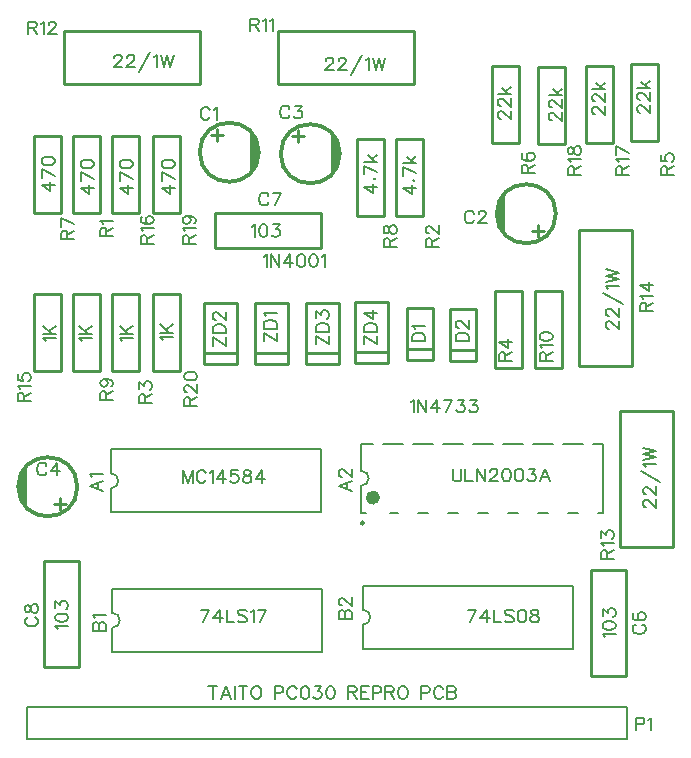
<source format=gto>
G04 Layer: TopSilkscreenLayer*
G04 EasyEDA v6.5.22, 2023-01-18 22:18:13*
G04 b90e41fe8b0c41359a3314c958ec5ec0,7be1179030e74d40a97a3c751b95adb4,10*
G04 Gerber Generator version 0.2*
G04 Scale: 100 percent, Rotated: No, Reflected: No *
G04 Dimensions in inches *
G04 leading zeros omitted , absolute positions ,3 integer and 6 decimal *
%FSLAX36Y36*%
%MOIN*%

%ADD10C,0.0060*%
%ADD11C,0.0079*%
%ADD12C,0.0080*%
%ADD13C,0.0100*%
%ADD14C,0.0236*%
%ADD15C,0.0098*%
%ADD16C,0.0118*%
%ADD17C,0.0150*%

%LPD*%
D10*
X926999Y4045200D02*
G01*
X926999Y4047199D01*
X929099Y4051300D01*
X931099Y4053400D01*
X935200Y4055399D01*
X943400Y4055399D01*
X947500Y4053400D01*
X949499Y4051300D01*
X951599Y4047199D01*
X951599Y4043099D01*
X949499Y4039000D01*
X945500Y4032899D01*
X925000Y4012500D01*
X953599Y4012500D01*
X969200Y4045200D02*
G01*
X969200Y4047199D01*
X971199Y4051300D01*
X973299Y4053400D01*
X977399Y4055399D01*
X985500Y4055399D01*
X989600Y4053400D01*
X991700Y4051300D01*
X993699Y4047199D01*
X993699Y4043099D01*
X991700Y4039000D01*
X987600Y4032899D01*
X967100Y4012500D01*
X995799Y4012500D01*
X1046099Y4063600D02*
G01*
X1009300Y3998099D01*
X1059600Y4047199D02*
G01*
X1063699Y4049299D01*
X1069799Y4055399D01*
X1069799Y4012500D01*
X1083299Y4055399D02*
G01*
X1093500Y4012500D01*
X1103800Y4055399D02*
G01*
X1093500Y4012500D01*
X1103800Y4055399D02*
G01*
X1113999Y4012500D01*
X1124200Y4055399D02*
G01*
X1113999Y4012500D01*
X1631999Y4035200D02*
G01*
X1631999Y4037199D01*
X1634099Y4041300D01*
X1636099Y4043400D01*
X1640200Y4045399D01*
X1648400Y4045399D01*
X1652500Y4043400D01*
X1654499Y4041300D01*
X1656599Y4037199D01*
X1656599Y4033099D01*
X1654499Y4029000D01*
X1650500Y4022899D01*
X1630000Y4002500D01*
X1658599Y4002500D01*
X1674200Y4035200D02*
G01*
X1674200Y4037199D01*
X1676199Y4041300D01*
X1678299Y4043400D01*
X1682399Y4045399D01*
X1690500Y4045399D01*
X1694600Y4043400D01*
X1696700Y4041300D01*
X1698699Y4037199D01*
X1698699Y4033099D01*
X1696700Y4029000D01*
X1692600Y4022899D01*
X1672100Y4002500D01*
X1700799Y4002500D01*
X1751099Y4053600D02*
G01*
X1714300Y3988099D01*
X1764600Y4037199D02*
G01*
X1768699Y4039299D01*
X1774799Y4045399D01*
X1774799Y4002500D01*
X1788299Y4045399D02*
G01*
X1798500Y4002500D01*
X1808800Y4045399D02*
G01*
X1798500Y4002500D01*
X1808800Y4045399D02*
G01*
X1818999Y4002500D01*
X1829200Y4045399D02*
G01*
X1818999Y4002500D01*
X2699799Y2546999D02*
G01*
X2697799Y2546999D01*
X2693699Y2549099D01*
X2691599Y2551100D01*
X2689600Y2555200D01*
X2689600Y2563400D01*
X2691599Y2567500D01*
X2693699Y2569499D01*
X2697799Y2571599D01*
X2701899Y2571599D01*
X2706000Y2569499D01*
X2712100Y2565500D01*
X2732500Y2545000D01*
X2732500Y2573600D01*
X2699799Y2589200D02*
G01*
X2697799Y2589200D01*
X2693699Y2591199D01*
X2691599Y2593299D01*
X2689600Y2597399D01*
X2689600Y2605500D01*
X2691599Y2609600D01*
X2693699Y2611700D01*
X2697799Y2613699D01*
X2701899Y2613699D01*
X2706000Y2611700D01*
X2712100Y2607600D01*
X2732500Y2587100D01*
X2732500Y2615799D01*
X2681400Y2666100D02*
G01*
X2746899Y2629299D01*
X2697799Y2679600D02*
G01*
X2695699Y2683699D01*
X2689600Y2689800D01*
X2732500Y2689800D01*
X2689600Y2703299D02*
G01*
X2732500Y2713499D01*
X2689600Y2723800D02*
G01*
X2732500Y2713499D01*
X2689600Y2723800D02*
G01*
X2732500Y2734000D01*
X2689600Y2744200D02*
G01*
X2732500Y2734000D01*
X2574799Y3141999D02*
G01*
X2572799Y3141999D01*
X2568699Y3144099D01*
X2566599Y3146100D01*
X2564600Y3150200D01*
X2564600Y3158400D01*
X2566599Y3162500D01*
X2568699Y3164499D01*
X2572799Y3166599D01*
X2576899Y3166599D01*
X2581000Y3164499D01*
X2587100Y3160500D01*
X2607500Y3140000D01*
X2607500Y3168600D01*
X2574799Y3184200D02*
G01*
X2572799Y3184200D01*
X2568699Y3186199D01*
X2566599Y3188299D01*
X2564600Y3192399D01*
X2564600Y3200500D01*
X2566599Y3204600D01*
X2568699Y3206700D01*
X2572799Y3208699D01*
X2576899Y3208699D01*
X2581000Y3206700D01*
X2587100Y3202600D01*
X2607500Y3182100D01*
X2607500Y3210799D01*
X2556400Y3261100D02*
G01*
X2621899Y3224299D01*
X2572799Y3274600D02*
G01*
X2570699Y3278699D01*
X2564600Y3284800D01*
X2607500Y3284800D01*
X2564600Y3298299D02*
G01*
X2607500Y3308499D01*
X2564600Y3318800D02*
G01*
X2607500Y3308499D01*
X2564600Y3318800D02*
G01*
X2607500Y3329000D01*
X2564600Y3339200D02*
G01*
X2607500Y3329000D01*
X1155000Y2670399D02*
G01*
X1155000Y2627500D01*
X1155000Y2670399D02*
G01*
X1171400Y2627500D01*
X1187700Y2670399D02*
G01*
X1171400Y2627500D01*
X1187700Y2670399D02*
G01*
X1187700Y2627500D01*
X1231899Y2660200D02*
G01*
X1229899Y2664299D01*
X1225799Y2668400D01*
X1221700Y2670399D01*
X1213500Y2670399D01*
X1209399Y2668400D01*
X1205299Y2664299D01*
X1203299Y2660200D01*
X1201199Y2654000D01*
X1201199Y2643800D01*
X1203299Y2637700D01*
X1205299Y2633600D01*
X1209399Y2629499D01*
X1213500Y2627500D01*
X1221700Y2627500D01*
X1225799Y2629499D01*
X1229899Y2633600D01*
X1231899Y2637700D01*
X1245399Y2662199D02*
G01*
X1249499Y2664299D01*
X1255600Y2670399D01*
X1255600Y2627500D01*
X1289600Y2670399D02*
G01*
X1269099Y2641799D01*
X1299799Y2641799D01*
X1289600Y2670399D02*
G01*
X1289600Y2627500D01*
X1337899Y2670399D02*
G01*
X1317399Y2670399D01*
X1315399Y2651999D01*
X1317399Y2654000D01*
X1323500Y2656100D01*
X1329700Y2656100D01*
X1335799Y2654000D01*
X1339899Y2650000D01*
X1341999Y2643800D01*
X1341999Y2639699D01*
X1339899Y2633600D01*
X1335799Y2629499D01*
X1329700Y2627500D01*
X1323500Y2627500D01*
X1317399Y2629499D01*
X1315399Y2631500D01*
X1313299Y2635599D01*
X1365699Y2670399D02*
G01*
X1359499Y2668400D01*
X1357500Y2664299D01*
X1357500Y2660200D01*
X1359499Y2656100D01*
X1363599Y2654000D01*
X1371800Y2651999D01*
X1378000Y2650000D01*
X1381999Y2645900D01*
X1384099Y2641799D01*
X1384099Y2635599D01*
X1381999Y2631500D01*
X1380000Y2629499D01*
X1373900Y2627500D01*
X1365699Y2627500D01*
X1359499Y2629499D01*
X1357500Y2631500D01*
X1355500Y2635599D01*
X1355500Y2641799D01*
X1357500Y2645900D01*
X1361599Y2650000D01*
X1367700Y2651999D01*
X1375900Y2654000D01*
X1380000Y2656100D01*
X1381999Y2660200D01*
X1381999Y2664299D01*
X1380000Y2668400D01*
X1373900Y2670399D01*
X1365699Y2670399D01*
X1418000Y2670399D02*
G01*
X1397600Y2641799D01*
X1428299Y2641799D01*
X1418000Y2670399D02*
G01*
X1418000Y2627500D01*
X1243599Y2205399D02*
G01*
X1223199Y2162500D01*
X1215000Y2205399D02*
G01*
X1243599Y2205399D01*
X1277600Y2205399D02*
G01*
X1257100Y2176799D01*
X1287799Y2176799D01*
X1277600Y2205399D02*
G01*
X1277600Y2162500D01*
X1301300Y2205399D02*
G01*
X1301300Y2162500D01*
X1301300Y2162500D02*
G01*
X1325900Y2162500D01*
X1368000Y2199299D02*
G01*
X1363900Y2203400D01*
X1357799Y2205399D01*
X1349600Y2205399D01*
X1343500Y2203400D01*
X1339399Y2199299D01*
X1339399Y2195200D01*
X1341400Y2191100D01*
X1343500Y2189000D01*
X1347500Y2186999D01*
X1359799Y2182899D01*
X1363900Y2180900D01*
X1366000Y2178800D01*
X1368000Y2174699D01*
X1368000Y2168600D01*
X1363900Y2164499D01*
X1357799Y2162500D01*
X1349600Y2162500D01*
X1343500Y2164499D01*
X1339399Y2168600D01*
X1381499Y2197199D02*
G01*
X1385600Y2199299D01*
X1391700Y2205399D01*
X1391700Y2162500D01*
X1433900Y2205399D02*
G01*
X1413400Y2162500D01*
X1405200Y2205399D02*
G01*
X1433900Y2205399D01*
X2055000Y2675399D02*
G01*
X2055000Y2644699D01*
X2056999Y2638600D01*
X2061099Y2634499D01*
X2067299Y2632500D01*
X2071400Y2632500D01*
X2077500Y2634499D01*
X2081599Y2638600D01*
X2083599Y2644699D01*
X2083599Y2675399D01*
X2097100Y2675399D02*
G01*
X2097100Y2632500D01*
X2097100Y2632500D02*
G01*
X2121700Y2632500D01*
X2135200Y2675399D02*
G01*
X2135200Y2632500D01*
X2135200Y2675399D02*
G01*
X2163800Y2632500D01*
X2163800Y2675399D02*
G01*
X2163800Y2632500D01*
X2179399Y2665200D02*
G01*
X2179399Y2667199D01*
X2181400Y2671300D01*
X2183500Y2673400D01*
X2187500Y2675399D01*
X2195699Y2675399D01*
X2199799Y2673400D01*
X2201899Y2671300D01*
X2203900Y2667199D01*
X2203900Y2663099D01*
X2201899Y2659000D01*
X2197799Y2652899D01*
X2177299Y2632500D01*
X2206000Y2632500D01*
X2231700Y2675399D02*
G01*
X2225600Y2673400D01*
X2221499Y2667199D01*
X2219499Y2656999D01*
X2219499Y2650900D01*
X2221499Y2640599D01*
X2225600Y2634499D01*
X2231700Y2632500D01*
X2235799Y2632500D01*
X2241999Y2634499D01*
X2246000Y2640599D01*
X2248100Y2650900D01*
X2248100Y2656999D01*
X2246000Y2667199D01*
X2241999Y2673400D01*
X2235799Y2675399D01*
X2231700Y2675399D01*
X2273900Y2675399D02*
G01*
X2267700Y2673400D01*
X2263599Y2667199D01*
X2261599Y2656999D01*
X2261599Y2650900D01*
X2263599Y2640599D01*
X2267700Y2634499D01*
X2273900Y2632500D01*
X2278000Y2632500D01*
X2284099Y2634499D01*
X2288199Y2640599D01*
X2290200Y2650900D01*
X2290200Y2656999D01*
X2288199Y2667199D01*
X2284099Y2673400D01*
X2278000Y2675399D01*
X2273900Y2675399D01*
X2307799Y2675399D02*
G01*
X2330299Y2675399D01*
X2318000Y2659000D01*
X2324200Y2659000D01*
X2328299Y2656999D01*
X2330299Y2655000D01*
X2332399Y2648800D01*
X2332399Y2644699D01*
X2330299Y2638600D01*
X2326199Y2634499D01*
X2320100Y2632500D01*
X2313999Y2632500D01*
X2307799Y2634499D01*
X2305799Y2636500D01*
X2303699Y2640599D01*
X2362200Y2675399D02*
G01*
X2345900Y2632500D01*
X2362200Y2675399D02*
G01*
X2378599Y2632500D01*
X2351999Y2646799D02*
G01*
X2372500Y2646799D01*
X2133599Y2205399D02*
G01*
X2113199Y2162500D01*
X2105000Y2205399D02*
G01*
X2133599Y2205399D01*
X2167600Y2205399D02*
G01*
X2147100Y2176799D01*
X2177799Y2176799D01*
X2167600Y2205399D02*
G01*
X2167600Y2162500D01*
X2191300Y2205399D02*
G01*
X2191300Y2162500D01*
X2191300Y2162500D02*
G01*
X2215900Y2162500D01*
X2258000Y2199299D02*
G01*
X2253900Y2203400D01*
X2247799Y2205399D01*
X2239600Y2205399D01*
X2233500Y2203400D01*
X2229399Y2199299D01*
X2229399Y2195200D01*
X2231400Y2191100D01*
X2233500Y2189000D01*
X2237500Y2186999D01*
X2249799Y2182899D01*
X2253900Y2180900D01*
X2256000Y2178800D01*
X2258000Y2174699D01*
X2258000Y2168600D01*
X2253900Y2164499D01*
X2247799Y2162500D01*
X2239600Y2162500D01*
X2233500Y2164499D01*
X2229399Y2168600D01*
X2283800Y2205399D02*
G01*
X2277600Y2203400D01*
X2273500Y2197199D01*
X2271499Y2186999D01*
X2271499Y2180900D01*
X2273500Y2170599D01*
X2277600Y2164499D01*
X2283800Y2162500D01*
X2287899Y2162500D01*
X2293999Y2164499D01*
X2298100Y2170599D01*
X2300100Y2180900D01*
X2300100Y2186999D01*
X2298100Y2197199D01*
X2293999Y2203400D01*
X2287899Y2205399D01*
X2283800Y2205399D01*
X2323900Y2205399D02*
G01*
X2317700Y2203400D01*
X2315699Y2199299D01*
X2315699Y2195200D01*
X2317700Y2191100D01*
X2321800Y2189000D01*
X2330000Y2186999D01*
X2336099Y2185000D01*
X2340200Y2180900D01*
X2342299Y2176799D01*
X2342299Y2170599D01*
X2340200Y2166500D01*
X2338199Y2164499D01*
X2331999Y2162500D01*
X2323900Y2162500D01*
X2317700Y2164499D01*
X2315699Y2166500D01*
X2313599Y2170599D01*
X2313599Y2176799D01*
X2315699Y2180900D01*
X2319799Y2185000D01*
X2325900Y2186999D01*
X2334099Y2189000D01*
X2338199Y2191100D01*
X2340200Y2195200D01*
X2340200Y2199299D01*
X2338199Y2203400D01*
X2331999Y2205399D01*
X2323900Y2205399D01*
X684600Y3620500D02*
G01*
X713200Y3600000D01*
X713200Y3630700D01*
X684600Y3620500D02*
G01*
X727500Y3620500D01*
X684600Y3672800D02*
G01*
X727500Y3652399D01*
X684600Y3644200D02*
G01*
X684600Y3672800D01*
X684600Y3698600D02*
G01*
X686599Y3692500D01*
X692800Y3688400D01*
X703000Y3686300D01*
X709099Y3686300D01*
X719400Y3688400D01*
X725500Y3692500D01*
X727500Y3698600D01*
X727500Y3702700D01*
X725500Y3708800D01*
X719400Y3712899D01*
X709099Y3715000D01*
X703000Y3715000D01*
X692800Y3712899D01*
X686599Y3708800D01*
X684600Y3702700D01*
X684600Y3698600D01*
X814600Y3610500D02*
G01*
X843199Y3590000D01*
X843199Y3620700D01*
X814600Y3610500D02*
G01*
X857500Y3610500D01*
X814600Y3662800D02*
G01*
X857500Y3642399D01*
X814600Y3634200D02*
G01*
X814600Y3662800D01*
X814600Y3688600D02*
G01*
X816599Y3682500D01*
X822799Y3678400D01*
X833000Y3676300D01*
X839099Y3676300D01*
X849399Y3678400D01*
X855500Y3682500D01*
X857500Y3688600D01*
X857500Y3692700D01*
X855500Y3698800D01*
X849399Y3702899D01*
X839099Y3705000D01*
X833000Y3705000D01*
X822799Y3702899D01*
X816599Y3698800D01*
X814600Y3692700D01*
X814600Y3688600D01*
X944600Y3610500D02*
G01*
X973199Y3590000D01*
X973199Y3620700D01*
X944600Y3610500D02*
G01*
X987500Y3610500D01*
X944600Y3662800D02*
G01*
X987500Y3642399D01*
X944600Y3634200D02*
G01*
X944600Y3662800D01*
X944600Y3688600D02*
G01*
X946599Y3682500D01*
X952799Y3678400D01*
X963000Y3676300D01*
X969099Y3676300D01*
X979399Y3678400D01*
X985500Y3682500D01*
X987500Y3688600D01*
X987500Y3692700D01*
X985500Y3698800D01*
X979399Y3702899D01*
X969099Y3705000D01*
X963000Y3705000D01*
X952799Y3702899D01*
X946599Y3698800D01*
X944600Y3692700D01*
X944600Y3688600D01*
X1084600Y3610500D02*
G01*
X1113199Y3590000D01*
X1113199Y3620700D01*
X1084600Y3610500D02*
G01*
X1127500Y3610500D01*
X1084600Y3662800D02*
G01*
X1127500Y3642399D01*
X1084600Y3634200D02*
G01*
X1084600Y3662800D01*
X1084600Y3688600D02*
G01*
X1086599Y3682500D01*
X1092799Y3678400D01*
X1103000Y3676300D01*
X1109099Y3676300D01*
X1119399Y3678400D01*
X1125500Y3682500D01*
X1127500Y3688600D01*
X1127500Y3692700D01*
X1125500Y3698800D01*
X1119399Y3702899D01*
X1109099Y3705000D01*
X1103000Y3705000D01*
X1092799Y3702899D01*
X1086599Y3698800D01*
X1084600Y3692700D01*
X1084600Y3688600D01*
X1385000Y3482199D02*
G01*
X1389099Y3484299D01*
X1395200Y3490399D01*
X1395200Y3447500D01*
X1421000Y3490399D02*
G01*
X1414899Y3488400D01*
X1410799Y3482199D01*
X1408699Y3471999D01*
X1408699Y3465900D01*
X1410799Y3455599D01*
X1414899Y3449499D01*
X1421000Y3447500D01*
X1425100Y3447500D01*
X1431199Y3449499D01*
X1435299Y3455599D01*
X1437399Y3465900D01*
X1437399Y3471999D01*
X1435299Y3482199D01*
X1431199Y3488400D01*
X1425100Y3490399D01*
X1421000Y3490399D01*
X1455000Y3490399D02*
G01*
X1477500Y3490399D01*
X1465200Y3474000D01*
X1471300Y3474000D01*
X1475399Y3471999D01*
X1477500Y3470000D01*
X1479499Y3463800D01*
X1479499Y3459699D01*
X1477500Y3453600D01*
X1473400Y3449499D01*
X1467200Y3447500D01*
X1461099Y3447500D01*
X1455000Y3449499D01*
X1452899Y3451500D01*
X1450900Y3455599D01*
X737800Y2140000D02*
G01*
X735700Y2144099D01*
X729600Y2150200D01*
X772500Y2150200D01*
X729600Y2175999D02*
G01*
X731599Y2169899D01*
X737800Y2165799D01*
X748000Y2163699D01*
X754099Y2163699D01*
X764399Y2165799D01*
X770500Y2169899D01*
X772500Y2175999D01*
X772500Y2180100D01*
X770500Y2186199D01*
X764399Y2190300D01*
X754099Y2192399D01*
X748000Y2192399D01*
X737800Y2190300D01*
X731599Y2186199D01*
X729600Y2180100D01*
X729600Y2175999D01*
X729600Y2210000D02*
G01*
X729600Y2232500D01*
X745999Y2220200D01*
X745999Y2226300D01*
X748000Y2230399D01*
X750000Y2232500D01*
X756199Y2234499D01*
X760299Y2234499D01*
X766400Y2232500D01*
X770500Y2228400D01*
X772500Y2222199D01*
X772500Y2216100D01*
X770500Y2210000D01*
X768500Y2207899D01*
X764399Y2205900D01*
X2562799Y2115000D02*
G01*
X2560699Y2119099D01*
X2554600Y2125200D01*
X2597500Y2125200D01*
X2554600Y2150999D02*
G01*
X2556599Y2144899D01*
X2562799Y2140799D01*
X2573000Y2138699D01*
X2579099Y2138699D01*
X2589399Y2140799D01*
X2595500Y2144899D01*
X2597500Y2150999D01*
X2597500Y2155100D01*
X2595500Y2161199D01*
X2589399Y2165300D01*
X2579099Y2167399D01*
X2573000Y2167399D01*
X2562799Y2165300D01*
X2556599Y2161199D01*
X2554600Y2155100D01*
X2554600Y2150999D01*
X2554600Y2185000D02*
G01*
X2554600Y2207500D01*
X2571000Y2195200D01*
X2571000Y2201300D01*
X2573000Y2205399D01*
X2575000Y2207500D01*
X2581199Y2209499D01*
X2585299Y2209499D01*
X2591400Y2207500D01*
X2595500Y2203400D01*
X2597500Y2197199D01*
X2597500Y2191100D01*
X2595500Y2185000D01*
X2593500Y2182899D01*
X2589399Y2180900D01*
X1759600Y3615500D02*
G01*
X1788199Y3595000D01*
X1788199Y3625700D01*
X1759600Y3615500D02*
G01*
X1802500Y3615500D01*
X1792299Y3641199D02*
G01*
X1794399Y3639200D01*
X1796400Y3641199D01*
X1794399Y3643299D01*
X1792299Y3641199D01*
X1759600Y3685399D02*
G01*
X1802500Y3665000D01*
X1759600Y3656799D02*
G01*
X1759600Y3685399D01*
X1759600Y3698899D02*
G01*
X1802500Y3698899D01*
X1773900Y3719400D02*
G01*
X1794399Y3698899D01*
X1786199Y3707100D02*
G01*
X1802500Y3721399D01*
X1889600Y3610500D02*
G01*
X1918199Y3590000D01*
X1918199Y3620700D01*
X1889600Y3610500D02*
G01*
X1932500Y3610500D01*
X1922299Y3636199D02*
G01*
X1924399Y3634200D01*
X1926400Y3636199D01*
X1924399Y3638299D01*
X1922299Y3636199D01*
X1889600Y3680399D02*
G01*
X1932500Y3660000D01*
X1889600Y3651799D02*
G01*
X1889600Y3680399D01*
X1889600Y3693899D02*
G01*
X1932500Y3693899D01*
X1903900Y3714400D02*
G01*
X1924399Y3693899D01*
X1916199Y3702100D02*
G01*
X1932500Y3716399D01*
X2679799Y3861999D02*
G01*
X2677799Y3861999D01*
X2673699Y3864099D01*
X2671599Y3866100D01*
X2669600Y3870200D01*
X2669600Y3878400D01*
X2671599Y3882500D01*
X2673699Y3884499D01*
X2677799Y3886599D01*
X2681899Y3886599D01*
X2686000Y3884499D01*
X2692100Y3880500D01*
X2712500Y3860000D01*
X2712500Y3888600D01*
X2679799Y3904200D02*
G01*
X2677799Y3904200D01*
X2673699Y3906199D01*
X2671599Y3908299D01*
X2669600Y3912399D01*
X2669600Y3920500D01*
X2671599Y3924600D01*
X2673699Y3926700D01*
X2677799Y3928699D01*
X2681899Y3928699D01*
X2686000Y3926700D01*
X2692100Y3922600D01*
X2712500Y3902100D01*
X2712500Y3930799D01*
X2669600Y3944299D02*
G01*
X2712500Y3944299D01*
X2683900Y3964699D02*
G01*
X2704399Y3944299D01*
X2696199Y3952500D02*
G01*
X2712500Y3966799D01*
X2529799Y3856999D02*
G01*
X2527799Y3856999D01*
X2523699Y3859099D01*
X2521599Y3861100D01*
X2519600Y3865200D01*
X2519600Y3873400D01*
X2521599Y3877500D01*
X2523699Y3879499D01*
X2527799Y3881599D01*
X2531899Y3881599D01*
X2536000Y3879499D01*
X2542100Y3875500D01*
X2562500Y3855000D01*
X2562500Y3883600D01*
X2529799Y3899200D02*
G01*
X2527799Y3899200D01*
X2523699Y3901199D01*
X2521599Y3903299D01*
X2519600Y3907399D01*
X2519600Y3915500D01*
X2521599Y3919600D01*
X2523699Y3921700D01*
X2527799Y3923699D01*
X2531899Y3923699D01*
X2536000Y3921700D01*
X2542100Y3917600D01*
X2562500Y3897100D01*
X2562500Y3925799D01*
X2519600Y3939299D02*
G01*
X2562500Y3939299D01*
X2533900Y3959699D02*
G01*
X2554399Y3939299D01*
X2546199Y3947500D02*
G01*
X2562500Y3961799D01*
X2384799Y3836999D02*
G01*
X2382799Y3836999D01*
X2378699Y3839099D01*
X2376599Y3841100D01*
X2374600Y3845200D01*
X2374600Y3853400D01*
X2376599Y3857500D01*
X2378699Y3859499D01*
X2382799Y3861599D01*
X2386899Y3861599D01*
X2391000Y3859499D01*
X2397100Y3855500D01*
X2417500Y3835000D01*
X2417500Y3863600D01*
X2384799Y3879200D02*
G01*
X2382799Y3879200D01*
X2378699Y3881199D01*
X2376599Y3883299D01*
X2374600Y3887399D01*
X2374600Y3895500D01*
X2376599Y3899600D01*
X2378699Y3901700D01*
X2382799Y3903699D01*
X2386899Y3903699D01*
X2391000Y3901700D01*
X2397100Y3897600D01*
X2417500Y3877100D01*
X2417500Y3905799D01*
X2374600Y3919299D02*
G01*
X2417500Y3919299D01*
X2388900Y3939699D02*
G01*
X2409399Y3919299D01*
X2401199Y3927500D02*
G01*
X2417500Y3941799D01*
X2214799Y3841999D02*
G01*
X2212799Y3841999D01*
X2208699Y3844099D01*
X2206599Y3846100D01*
X2204600Y3850200D01*
X2204600Y3858400D01*
X2206599Y3862500D01*
X2208699Y3864499D01*
X2212799Y3866599D01*
X2216899Y3866599D01*
X2221000Y3864499D01*
X2227100Y3860500D01*
X2247500Y3840000D01*
X2247500Y3868600D01*
X2214799Y3884200D02*
G01*
X2212799Y3884200D01*
X2208699Y3886199D01*
X2206599Y3888299D01*
X2204600Y3892399D01*
X2204600Y3900500D01*
X2206599Y3904600D01*
X2208699Y3906700D01*
X2212799Y3908699D01*
X2216899Y3908699D01*
X2221000Y3906700D01*
X2227100Y3902600D01*
X2247500Y3882100D01*
X2247500Y3910799D01*
X2204600Y3924299D02*
G01*
X2247500Y3924299D01*
X2218900Y3944699D02*
G01*
X2239399Y3924299D01*
X2231199Y3932500D02*
G01*
X2247500Y3946799D01*
X697800Y3100000D02*
G01*
X695700Y3104099D01*
X689600Y3110200D01*
X732500Y3110200D01*
X689600Y3123699D02*
G01*
X732500Y3123699D01*
X689600Y3152399D02*
G01*
X718200Y3123699D01*
X708000Y3134000D02*
G01*
X732500Y3152399D01*
X817799Y3100000D02*
G01*
X815699Y3104099D01*
X809600Y3110200D01*
X852500Y3110200D01*
X809600Y3123699D02*
G01*
X852500Y3123699D01*
X809600Y3152399D02*
G01*
X838199Y3123699D01*
X828000Y3134000D02*
G01*
X852500Y3152399D01*
X952799Y3100000D02*
G01*
X950699Y3104099D01*
X944600Y3110200D01*
X987500Y3110200D01*
X944600Y3123699D02*
G01*
X987500Y3123699D01*
X944600Y3152399D02*
G01*
X973199Y3123699D01*
X963000Y3134000D02*
G01*
X987500Y3152399D01*
X1087799Y3105000D02*
G01*
X1085699Y3109099D01*
X1079600Y3115200D01*
X1122500Y3115200D01*
X1079600Y3128699D02*
G01*
X1122500Y3128699D01*
X1079600Y3157399D02*
G01*
X1108199Y3128699D01*
X1098000Y3139000D02*
G01*
X1122500Y3157399D01*
X1425000Y3382199D02*
G01*
X1429099Y3384299D01*
X1435200Y3390399D01*
X1435200Y3347500D01*
X1448699Y3390399D02*
G01*
X1448699Y3347500D01*
X1448699Y3390399D02*
G01*
X1477399Y3347500D01*
X1477399Y3390399D02*
G01*
X1477399Y3347500D01*
X1511300Y3390399D02*
G01*
X1490900Y3361799D01*
X1521499Y3361799D01*
X1511300Y3390399D02*
G01*
X1511300Y3347500D01*
X1547299Y3390399D02*
G01*
X1541199Y3388400D01*
X1537100Y3382199D01*
X1535000Y3371999D01*
X1535000Y3365900D01*
X1537100Y3355599D01*
X1541199Y3349499D01*
X1547299Y3347500D01*
X1551400Y3347500D01*
X1557500Y3349499D01*
X1561599Y3355599D01*
X1563699Y3365900D01*
X1563699Y3371999D01*
X1561599Y3382199D01*
X1557500Y3388400D01*
X1551400Y3390399D01*
X1547299Y3390399D01*
X1589499Y3390399D02*
G01*
X1583299Y3388400D01*
X1579200Y3382199D01*
X1577200Y3371999D01*
X1577200Y3365900D01*
X1579200Y3355599D01*
X1583299Y3349499D01*
X1589499Y3347500D01*
X1593500Y3347500D01*
X1599700Y3349499D01*
X1603800Y3355599D01*
X1605799Y3365900D01*
X1605799Y3371999D01*
X1603800Y3382199D01*
X1599700Y3388400D01*
X1593500Y3390399D01*
X1589499Y3390399D01*
X1619300Y3382199D02*
G01*
X1623400Y3384299D01*
X1629499Y3390399D01*
X1629499Y3347500D01*
X1915000Y2897199D02*
G01*
X1919099Y2899299D01*
X1925200Y2905399D01*
X1925200Y2862500D01*
X1938699Y2905399D02*
G01*
X1938699Y2862500D01*
X1938699Y2905399D02*
G01*
X1967399Y2862500D01*
X1967399Y2905399D02*
G01*
X1967399Y2862500D01*
X2001300Y2905399D02*
G01*
X1980900Y2876799D01*
X2011499Y2876799D01*
X2001300Y2905399D02*
G01*
X2001300Y2862500D01*
X2053699Y2905399D02*
G01*
X2033199Y2862500D01*
X2025000Y2905399D02*
G01*
X2053699Y2905399D01*
X2071300Y2905399D02*
G01*
X2093800Y2905399D01*
X2081499Y2889000D01*
X2087600Y2889000D01*
X2091700Y2886999D01*
X2093800Y2885000D01*
X2095799Y2878800D01*
X2095799Y2874699D01*
X2093800Y2868600D01*
X2089700Y2864499D01*
X2083500Y2862500D01*
X2077399Y2862500D01*
X2071300Y2864499D01*
X2069200Y2866500D01*
X2067200Y2870599D01*
X2113400Y2905399D02*
G01*
X2135900Y2905399D01*
X2123599Y2889000D01*
X2129799Y2889000D01*
X2133900Y2886999D01*
X2135900Y2885000D01*
X2138000Y2878800D01*
X2138000Y2874699D01*
X2135900Y2868600D01*
X2131800Y2864499D01*
X2125699Y2862500D01*
X2119499Y2862500D01*
X2113400Y2864499D01*
X2111400Y2866500D01*
X2109300Y2870599D01*
X1254300Y1950399D02*
G01*
X1254300Y1907500D01*
X1240000Y1950399D02*
G01*
X1268599Y1950399D01*
X1298500Y1950399D02*
G01*
X1282100Y1907500D01*
X1298500Y1950399D02*
G01*
X1314899Y1907500D01*
X1288299Y1921799D02*
G01*
X1308699Y1921799D01*
X1328400Y1950399D02*
G01*
X1328400Y1907500D01*
X1356199Y1950399D02*
G01*
X1356199Y1907500D01*
X1341899Y1950399D02*
G01*
X1370500Y1950399D01*
X1396300Y1950399D02*
G01*
X1392200Y1948400D01*
X1388100Y1944299D01*
X1386000Y1940199D01*
X1383999Y1934000D01*
X1383999Y1923800D01*
X1386000Y1917699D01*
X1388100Y1913600D01*
X1392200Y1909499D01*
X1396300Y1907500D01*
X1404499Y1907500D01*
X1408500Y1909499D01*
X1412600Y1913600D01*
X1414700Y1917699D01*
X1416700Y1923800D01*
X1416700Y1934000D01*
X1414700Y1940199D01*
X1412600Y1944299D01*
X1408500Y1948400D01*
X1404499Y1950399D01*
X1396300Y1950399D01*
X1461700Y1950399D02*
G01*
X1461700Y1907500D01*
X1461700Y1950399D02*
G01*
X1480100Y1950399D01*
X1486300Y1948400D01*
X1488299Y1946300D01*
X1490399Y1942199D01*
X1490399Y1936100D01*
X1488299Y1931999D01*
X1486300Y1930000D01*
X1480100Y1927899D01*
X1461700Y1927899D01*
X1534499Y1940199D02*
G01*
X1532500Y1944299D01*
X1528400Y1948400D01*
X1524300Y1950399D01*
X1516099Y1950399D01*
X1511999Y1948400D01*
X1508000Y1944299D01*
X1505900Y1940199D01*
X1503900Y1934000D01*
X1503900Y1923800D01*
X1505900Y1917699D01*
X1508000Y1913600D01*
X1511999Y1909499D01*
X1516099Y1907500D01*
X1524300Y1907500D01*
X1528400Y1909499D01*
X1532500Y1913600D01*
X1534499Y1917699D01*
X1560299Y1950399D02*
G01*
X1554200Y1948400D01*
X1550100Y1942199D01*
X1548000Y1931999D01*
X1548000Y1925900D01*
X1550100Y1915599D01*
X1554200Y1909499D01*
X1560299Y1907500D01*
X1564399Y1907500D01*
X1570500Y1909499D01*
X1574600Y1915599D01*
X1576700Y1925900D01*
X1576700Y1931999D01*
X1574600Y1942199D01*
X1570500Y1948400D01*
X1564399Y1950399D01*
X1560299Y1950399D01*
X1594300Y1950399D02*
G01*
X1616800Y1950399D01*
X1604499Y1934000D01*
X1610600Y1934000D01*
X1614700Y1931999D01*
X1616800Y1930000D01*
X1618800Y1923800D01*
X1618800Y1919699D01*
X1616800Y1913600D01*
X1612700Y1909499D01*
X1606499Y1907500D01*
X1600399Y1907500D01*
X1594300Y1909499D01*
X1592200Y1911500D01*
X1590200Y1915599D01*
X1644600Y1950399D02*
G01*
X1638500Y1948400D01*
X1634399Y1942199D01*
X1632299Y1931999D01*
X1632299Y1925900D01*
X1634399Y1915599D01*
X1638500Y1909499D01*
X1644600Y1907500D01*
X1648699Y1907500D01*
X1654799Y1909499D01*
X1658900Y1915599D01*
X1661000Y1925900D01*
X1661000Y1931999D01*
X1658900Y1942199D01*
X1654799Y1948400D01*
X1648699Y1950399D01*
X1644600Y1950399D01*
X1706000Y1950399D02*
G01*
X1706000Y1907500D01*
X1706000Y1950399D02*
G01*
X1724399Y1950399D01*
X1730500Y1948400D01*
X1732500Y1946300D01*
X1734600Y1942199D01*
X1734600Y1938099D01*
X1732500Y1934000D01*
X1730500Y1931999D01*
X1724399Y1930000D01*
X1706000Y1930000D01*
X1720299Y1930000D02*
G01*
X1734600Y1907500D01*
X1748100Y1950399D02*
G01*
X1748100Y1907500D01*
X1748100Y1950399D02*
G01*
X1774700Y1950399D01*
X1748100Y1930000D02*
G01*
X1764499Y1930000D01*
X1748100Y1907500D02*
G01*
X1774700Y1907500D01*
X1788199Y1950399D02*
G01*
X1788199Y1907500D01*
X1788199Y1950399D02*
G01*
X1806599Y1950399D01*
X1812700Y1948400D01*
X1814799Y1946300D01*
X1816800Y1942199D01*
X1816800Y1936100D01*
X1814799Y1931999D01*
X1812700Y1930000D01*
X1806599Y1927899D01*
X1788199Y1927899D01*
X1830299Y1950399D02*
G01*
X1830299Y1907500D01*
X1830299Y1950399D02*
G01*
X1848699Y1950399D01*
X1854899Y1948400D01*
X1856899Y1946300D01*
X1858999Y1942199D01*
X1858999Y1938099D01*
X1856899Y1934000D01*
X1854899Y1931999D01*
X1848699Y1930000D01*
X1830299Y1930000D01*
X1844600Y1930000D02*
G01*
X1858999Y1907500D01*
X1884700Y1950399D02*
G01*
X1880600Y1948400D01*
X1876499Y1944299D01*
X1874499Y1940199D01*
X1872500Y1934000D01*
X1872500Y1923800D01*
X1874499Y1917699D01*
X1876499Y1913600D01*
X1880600Y1909499D01*
X1884700Y1907500D01*
X1892899Y1907500D01*
X1896999Y1909499D01*
X1901099Y1913600D01*
X1903100Y1917699D01*
X1905200Y1923800D01*
X1905200Y1934000D01*
X1903100Y1940199D01*
X1901099Y1944299D01*
X1896999Y1948400D01*
X1892899Y1950399D01*
X1884700Y1950399D01*
X1950200Y1950399D02*
G01*
X1950200Y1907500D01*
X1950200Y1950399D02*
G01*
X1968599Y1950399D01*
X1974700Y1948400D01*
X1976800Y1946300D01*
X1978800Y1942199D01*
X1978800Y1936100D01*
X1976800Y1931999D01*
X1974700Y1930000D01*
X1968599Y1927899D01*
X1950200Y1927899D01*
X2023000Y1940199D02*
G01*
X2021000Y1944299D01*
X2016899Y1948400D01*
X2012799Y1950399D01*
X2004600Y1950399D01*
X2000500Y1948400D01*
X1996400Y1944299D01*
X1994399Y1940199D01*
X1992299Y1934000D01*
X1992299Y1923800D01*
X1994399Y1917699D01*
X1996400Y1913600D01*
X2000500Y1909499D01*
X2004600Y1907500D01*
X2012799Y1907500D01*
X2016899Y1909499D01*
X2021000Y1913600D01*
X2023000Y1917699D01*
X2036499Y1950399D02*
G01*
X2036499Y1907500D01*
X2036499Y1950399D02*
G01*
X2054899Y1950399D01*
X2061000Y1948400D01*
X2063100Y1946300D01*
X2065100Y1942199D01*
X2065100Y1938099D01*
X2063100Y1934000D01*
X2061000Y1931999D01*
X2054899Y1930000D01*
X2036499Y1930000D02*
G01*
X2054899Y1930000D01*
X2061000Y1927899D01*
X2063100Y1925900D01*
X2065100Y1921799D01*
X2065100Y1915599D01*
X2063100Y1911500D01*
X2061000Y1909499D01*
X2054899Y1907500D01*
X2036499Y1907500D01*
X1674600Y2616399D02*
G01*
X1717500Y2600000D01*
X1674600Y2616399D02*
G01*
X1717500Y2632700D01*
X1703199Y2606100D02*
G01*
X1703199Y2626599D01*
X1684799Y2648299D02*
G01*
X1682799Y2648299D01*
X1678699Y2650300D01*
X1676599Y2652399D01*
X1674600Y2656500D01*
X1674600Y2664600D01*
X1676599Y2668699D01*
X1678699Y2670799D01*
X1682799Y2672800D01*
X1686899Y2672800D01*
X1691000Y2670799D01*
X1697100Y2666700D01*
X1717500Y2646199D01*
X1717500Y2674899D01*
X2665000Y1845399D02*
G01*
X2665000Y1802500D01*
X2665000Y1845399D02*
G01*
X2683400Y1845399D01*
X2689499Y1843400D01*
X2691599Y1841300D01*
X2693599Y1837199D01*
X2693599Y1831100D01*
X2691599Y1826999D01*
X2689499Y1825000D01*
X2683400Y1822899D01*
X2665000Y1822899D01*
X2707100Y1837199D02*
G01*
X2711199Y1839299D01*
X2717399Y1845399D01*
X2717399Y1802500D01*
X1674600Y2175000D02*
G01*
X1717500Y2175000D01*
X1674600Y2175000D02*
G01*
X1674600Y2193400D01*
X1676599Y2199499D01*
X1678699Y2201599D01*
X1682799Y2203600D01*
X1686899Y2203600D01*
X1691000Y2201599D01*
X1693000Y2199499D01*
X1695000Y2193400D01*
X1695000Y2175000D02*
G01*
X1695000Y2193400D01*
X1697100Y2199499D01*
X1699099Y2201599D01*
X1703199Y2203600D01*
X1709399Y2203600D01*
X1713500Y2201599D01*
X1715500Y2199499D01*
X1717500Y2193400D01*
X1717500Y2175000D01*
X1684799Y2219200D02*
G01*
X1682799Y2219200D01*
X1678699Y2221199D01*
X1676599Y2223299D01*
X1674600Y2227399D01*
X1674600Y2235500D01*
X1676599Y2239600D01*
X1678699Y2241700D01*
X1682799Y2243699D01*
X1686899Y2243699D01*
X1691000Y2241700D01*
X1697100Y2237600D01*
X1717500Y2217100D01*
X1717500Y2245799D01*
X854600Y2135000D02*
G01*
X897500Y2135000D01*
X854600Y2135000D02*
G01*
X854600Y2153400D01*
X856599Y2159499D01*
X858699Y2161599D01*
X862799Y2163600D01*
X866899Y2163600D01*
X871000Y2161599D01*
X873000Y2159499D01*
X875000Y2153400D01*
X875000Y2135000D02*
G01*
X875000Y2153400D01*
X877100Y2159499D01*
X879099Y2161599D01*
X883199Y2163600D01*
X889399Y2163600D01*
X893500Y2161599D01*
X895500Y2159499D01*
X897500Y2153400D01*
X897500Y2135000D01*
X862799Y2177100D02*
G01*
X860699Y2181199D01*
X854600Y2187399D01*
X897500Y2187399D01*
X844600Y2616399D02*
G01*
X887500Y2600000D01*
X844600Y2616399D02*
G01*
X887500Y2632700D01*
X873199Y2606100D02*
G01*
X873199Y2626599D01*
X852799Y2646199D02*
G01*
X850699Y2650300D01*
X844600Y2656500D01*
X887500Y2656500D01*
X2209600Y3035000D02*
G01*
X2252500Y3035000D01*
X2209600Y3035000D02*
G01*
X2209600Y3053400D01*
X2211599Y3059499D01*
X2213699Y3061599D01*
X2217799Y3063600D01*
X2221899Y3063600D01*
X2226000Y3061599D01*
X2228000Y3059499D01*
X2230000Y3053400D01*
X2230000Y3035000D01*
X2230000Y3049299D02*
G01*
X2252500Y3063600D01*
X2209600Y3097600D02*
G01*
X2238199Y3077100D01*
X2238199Y3107800D01*
X2209600Y3097600D02*
G01*
X2252500Y3097600D01*
X2344600Y3035000D02*
G01*
X2387500Y3035000D01*
X2344600Y3035000D02*
G01*
X2344600Y3053400D01*
X2346599Y3059499D01*
X2348699Y3061599D01*
X2352799Y3063600D01*
X2356899Y3063600D01*
X2361000Y3061599D01*
X2363000Y3059499D01*
X2365000Y3053400D01*
X2365000Y3035000D01*
X2365000Y3049299D02*
G01*
X2387500Y3063600D01*
X2352799Y3077100D02*
G01*
X2350699Y3081199D01*
X2344600Y3087399D01*
X2387500Y3087399D01*
X2344600Y3113099D02*
G01*
X2346599Y3106999D01*
X2352799Y3102899D01*
X2363000Y3100900D01*
X2369099Y3100900D01*
X2379399Y3102899D01*
X2385500Y3106999D01*
X2387500Y3113099D01*
X2387500Y3117199D01*
X2385500Y3123400D01*
X2379399Y3127500D01*
X2369099Y3129499D01*
X2363000Y3129499D01*
X2352799Y3127500D01*
X2346599Y3123400D01*
X2344600Y3117199D01*
X2344600Y3113099D01*
X639800Y2180700D02*
G01*
X635700Y2178600D01*
X631599Y2174499D01*
X629600Y2170500D01*
X629600Y2162300D01*
X631599Y2158200D01*
X635700Y2154099D01*
X639800Y2151999D01*
X645999Y2150000D01*
X656199Y2150000D01*
X662300Y2151999D01*
X666399Y2154099D01*
X670500Y2158200D01*
X672500Y2162300D01*
X672500Y2170500D01*
X670500Y2174499D01*
X666399Y2178600D01*
X662300Y2180700D01*
X629600Y2204400D02*
G01*
X631599Y2198299D01*
X635700Y2196199D01*
X639800Y2196199D01*
X643899Y2198299D01*
X645999Y2202399D01*
X648000Y2210500D01*
X650000Y2216700D01*
X654099Y2220799D01*
X658200Y2222800D01*
X664400Y2222800D01*
X668499Y2220799D01*
X670500Y2218699D01*
X672500Y2212600D01*
X672500Y2204400D01*
X670500Y2198299D01*
X668499Y2196199D01*
X664400Y2194200D01*
X658200Y2194200D01*
X654099Y2196199D01*
X650000Y2200300D01*
X648000Y2206500D01*
X645999Y2214600D01*
X643899Y2218699D01*
X639800Y2220799D01*
X635700Y2220799D01*
X631599Y2218699D01*
X629600Y2212600D01*
X629600Y2204400D01*
X1919600Y3100000D02*
G01*
X1962500Y3100000D01*
X1919600Y3100000D02*
G01*
X1919600Y3114299D01*
X1921599Y3120500D01*
X1925699Y3124499D01*
X1929799Y3126599D01*
X1936000Y3128600D01*
X1946199Y3128600D01*
X1952299Y3126599D01*
X1956400Y3124499D01*
X1960500Y3120500D01*
X1962500Y3114299D01*
X1962500Y3100000D01*
X1927799Y3142100D02*
G01*
X1925699Y3146199D01*
X1919600Y3152399D01*
X1962500Y3152399D01*
X2064600Y3100000D02*
G01*
X2107500Y3100000D01*
X2064600Y3100000D02*
G01*
X2064600Y3114299D01*
X2066599Y3120500D01*
X2070699Y3124499D01*
X2074799Y3126599D01*
X2081000Y3128600D01*
X2091199Y3128600D01*
X2097299Y3126599D01*
X2101400Y3124499D01*
X2105500Y3120500D01*
X2107500Y3114299D01*
X2107500Y3100000D01*
X2074799Y3144200D02*
G01*
X2072799Y3144200D01*
X2068699Y3146199D01*
X2066599Y3148299D01*
X2064600Y3152399D01*
X2064600Y3160500D01*
X2066599Y3164600D01*
X2068699Y3166700D01*
X2072799Y3168699D01*
X2076899Y3168699D01*
X2081000Y3166700D01*
X2087100Y3162600D01*
X2107500Y3142100D01*
X2107500Y3170799D01*
X879600Y3450000D02*
G01*
X922500Y3450000D01*
X879600Y3450000D02*
G01*
X879600Y3468400D01*
X881599Y3474499D01*
X883699Y3476599D01*
X887799Y3478600D01*
X891899Y3478600D01*
X896000Y3476599D01*
X898000Y3474499D01*
X900000Y3468400D01*
X900000Y3450000D01*
X900000Y3464299D02*
G01*
X922500Y3478600D01*
X887799Y3492100D02*
G01*
X885699Y3496199D01*
X879600Y3502399D01*
X922500Y3502399D01*
X749600Y3440000D02*
G01*
X792500Y3440000D01*
X749600Y3440000D02*
G01*
X749600Y3458400D01*
X751599Y3464499D01*
X753699Y3466599D01*
X757800Y3468600D01*
X761899Y3468600D01*
X766000Y3466599D01*
X768000Y3464499D01*
X770000Y3458400D01*
X770000Y3440000D01*
X770000Y3454299D02*
G01*
X792500Y3468600D01*
X749600Y3510799D02*
G01*
X792500Y3490300D01*
X749600Y3482100D02*
G01*
X749600Y3510799D01*
X1014600Y3425000D02*
G01*
X1057500Y3425000D01*
X1014600Y3425000D02*
G01*
X1014600Y3443400D01*
X1016599Y3449499D01*
X1018699Y3451599D01*
X1022799Y3453600D01*
X1026899Y3453600D01*
X1031000Y3451599D01*
X1033000Y3449499D01*
X1035000Y3443400D01*
X1035000Y3425000D01*
X1035000Y3439299D02*
G01*
X1057500Y3453600D01*
X1022799Y3467100D02*
G01*
X1020699Y3471199D01*
X1014600Y3477399D01*
X1057500Y3477399D01*
X1020699Y3515399D02*
G01*
X1016599Y3513400D01*
X1014600Y3507199D01*
X1014600Y3503099D01*
X1016599Y3496999D01*
X1022799Y3492899D01*
X1033000Y3490900D01*
X1043199Y3490900D01*
X1051400Y3492899D01*
X1055500Y3496999D01*
X1057500Y3503099D01*
X1057500Y3505200D01*
X1055500Y3511300D01*
X1051400Y3515399D01*
X1045299Y3517500D01*
X1043199Y3517500D01*
X1037100Y3515399D01*
X1033000Y3511300D01*
X1031000Y3505200D01*
X1031000Y3503099D01*
X1033000Y3496999D01*
X1037100Y3492899D01*
X1043199Y3490900D01*
X1154600Y3425000D02*
G01*
X1197500Y3425000D01*
X1154600Y3425000D02*
G01*
X1154600Y3443400D01*
X1156599Y3449499D01*
X1158699Y3451599D01*
X1162799Y3453600D01*
X1166899Y3453600D01*
X1171000Y3451599D01*
X1173000Y3449499D01*
X1175000Y3443400D01*
X1175000Y3425000D01*
X1175000Y3439299D02*
G01*
X1197500Y3453600D01*
X1162799Y3467100D02*
G01*
X1160699Y3471199D01*
X1154600Y3477399D01*
X1197500Y3477399D01*
X1168900Y3517500D02*
G01*
X1175000Y3515399D01*
X1179099Y3511300D01*
X1181199Y3505200D01*
X1181199Y3503099D01*
X1179099Y3496999D01*
X1175000Y3492899D01*
X1168900Y3490900D01*
X1166899Y3490900D01*
X1160699Y3492899D01*
X1156599Y3496999D01*
X1154600Y3503099D01*
X1154600Y3505200D01*
X1156599Y3511300D01*
X1160699Y3515399D01*
X1168900Y3517500D01*
X1179099Y3517500D01*
X1189399Y3515399D01*
X1195500Y3511300D01*
X1197500Y3505200D01*
X1197500Y3501100D01*
X1195500Y3495000D01*
X1191400Y3492899D01*
X1009600Y2895000D02*
G01*
X1052500Y2895000D01*
X1009600Y2895000D02*
G01*
X1009600Y2913400D01*
X1011599Y2919499D01*
X1013699Y2921599D01*
X1017799Y2923600D01*
X1021899Y2923600D01*
X1026000Y2921599D01*
X1028000Y2919499D01*
X1030000Y2913400D01*
X1030000Y2895000D01*
X1030000Y2909299D02*
G01*
X1052500Y2923600D01*
X1009600Y2941199D02*
G01*
X1009600Y2963699D01*
X1026000Y2951500D01*
X1026000Y2957600D01*
X1028000Y2961700D01*
X1030000Y2963699D01*
X1036199Y2965799D01*
X1040299Y2965799D01*
X1046400Y2963699D01*
X1050500Y2959600D01*
X1052500Y2953499D01*
X1052500Y2947399D01*
X1050500Y2941199D01*
X1048500Y2939200D01*
X1044399Y2937100D01*
X879600Y2905000D02*
G01*
X922500Y2905000D01*
X879600Y2905000D02*
G01*
X879600Y2923400D01*
X881599Y2929499D01*
X883699Y2931599D01*
X887799Y2933600D01*
X891899Y2933600D01*
X896000Y2931599D01*
X898000Y2929499D01*
X900000Y2923400D01*
X900000Y2905000D01*
X900000Y2919299D02*
G01*
X922500Y2933600D01*
X893900Y2973699D02*
G01*
X900000Y2971700D01*
X904099Y2967600D01*
X906199Y2961500D01*
X906199Y2959400D01*
X904099Y2953299D01*
X900000Y2949200D01*
X893900Y2947100D01*
X891899Y2947100D01*
X885699Y2949200D01*
X881599Y2953299D01*
X879600Y2959400D01*
X879600Y2961500D01*
X881599Y2967600D01*
X885699Y2971700D01*
X893900Y2973699D01*
X904099Y2973699D01*
X914399Y2971700D01*
X920500Y2967600D01*
X922500Y2961500D01*
X922500Y2957399D01*
X920500Y2951199D01*
X916400Y2949200D01*
X604600Y2900000D02*
G01*
X647500Y2900000D01*
X604600Y2900000D02*
G01*
X604600Y2918400D01*
X606599Y2924499D01*
X608699Y2926599D01*
X612800Y2928600D01*
X616900Y2928600D01*
X620999Y2926599D01*
X623000Y2924499D01*
X625000Y2918400D01*
X625000Y2900000D01*
X625000Y2914299D02*
G01*
X647500Y2928600D01*
X612800Y2942100D02*
G01*
X610700Y2946199D01*
X604600Y2952399D01*
X647500Y2952399D01*
X604600Y2990399D02*
G01*
X604600Y2970000D01*
X623000Y2967899D01*
X620999Y2970000D01*
X618899Y2976100D01*
X618899Y2982199D01*
X620999Y2988400D01*
X625000Y2992500D01*
X631199Y2994499D01*
X635300Y2994499D01*
X641399Y2992500D01*
X645500Y2988400D01*
X647500Y2982199D01*
X647500Y2976100D01*
X645500Y2970000D01*
X643499Y2967899D01*
X639400Y2965900D01*
X1159600Y2885000D02*
G01*
X1202500Y2885000D01*
X1159600Y2885000D02*
G01*
X1159600Y2903400D01*
X1161599Y2909499D01*
X1163699Y2911599D01*
X1167799Y2913600D01*
X1171899Y2913600D01*
X1176000Y2911599D01*
X1178000Y2909499D01*
X1180000Y2903400D01*
X1180000Y2885000D01*
X1180000Y2899299D02*
G01*
X1202500Y2913600D01*
X1169799Y2929200D02*
G01*
X1167799Y2929200D01*
X1163699Y2931199D01*
X1161599Y2933299D01*
X1159600Y2937399D01*
X1159600Y2945500D01*
X1161599Y2949600D01*
X1163699Y2951700D01*
X1167799Y2953699D01*
X1171899Y2953699D01*
X1176000Y2951700D01*
X1182100Y2947600D01*
X1202500Y2927100D01*
X1202500Y2955799D01*
X1159600Y2981500D02*
G01*
X1161599Y2975399D01*
X1167799Y2971300D01*
X1178000Y2969299D01*
X1184099Y2969299D01*
X1194399Y2971300D01*
X1200500Y2975399D01*
X1202500Y2981500D01*
X1202500Y2985599D01*
X1200500Y2991799D01*
X1194399Y2995900D01*
X1184099Y2997899D01*
X1178000Y2997899D01*
X1167799Y2995900D01*
X1161599Y2991799D01*
X1159600Y2985599D01*
X1159600Y2981500D01*
X1964600Y3415000D02*
G01*
X2007500Y3415000D01*
X1964600Y3415000D02*
G01*
X1964600Y3433400D01*
X1966599Y3439499D01*
X1968699Y3441599D01*
X1972799Y3443600D01*
X1976899Y3443600D01*
X1981000Y3441599D01*
X1983000Y3439499D01*
X1985000Y3433400D01*
X1985000Y3415000D01*
X1985000Y3429299D02*
G01*
X2007500Y3443600D01*
X1974799Y3459200D02*
G01*
X1972799Y3459200D01*
X1968699Y3461199D01*
X1966599Y3463299D01*
X1964600Y3467399D01*
X1964600Y3475500D01*
X1966599Y3479600D01*
X1968699Y3481700D01*
X1972799Y3483699D01*
X1976899Y3483699D01*
X1981000Y3481700D01*
X1987100Y3477600D01*
X2007500Y3457100D01*
X2007500Y3485799D01*
X1824600Y3415000D02*
G01*
X1867500Y3415000D01*
X1824600Y3415000D02*
G01*
X1824600Y3433400D01*
X1826599Y3439499D01*
X1828699Y3441599D01*
X1832799Y3443600D01*
X1836899Y3443600D01*
X1841000Y3441599D01*
X1843000Y3439499D01*
X1845000Y3433400D01*
X1845000Y3415000D01*
X1845000Y3429299D02*
G01*
X1867500Y3443600D01*
X1824600Y3467399D02*
G01*
X1826599Y3461199D01*
X1830699Y3459200D01*
X1834799Y3459200D01*
X1838900Y3461199D01*
X1841000Y3465300D01*
X1843000Y3473499D01*
X1845000Y3479600D01*
X1849099Y3483699D01*
X1853199Y3485799D01*
X1859399Y3485799D01*
X1863500Y3483699D01*
X1865500Y3481700D01*
X1867500Y3475500D01*
X1867500Y3467399D01*
X1865500Y3461199D01*
X1863500Y3459200D01*
X1859399Y3457100D01*
X1853199Y3457100D01*
X1849099Y3459200D01*
X1845000Y3463299D01*
X1843000Y3469400D01*
X1841000Y3477600D01*
X1838900Y3481700D01*
X1834799Y3483699D01*
X1830699Y3483699D01*
X1826599Y3481700D01*
X1824600Y3475500D01*
X1824600Y3467399D01*
X1424600Y3128600D02*
G01*
X1467500Y3100000D01*
X1424600Y3100000D02*
G01*
X1424600Y3128600D01*
X1467500Y3100000D02*
G01*
X1467500Y3128600D01*
X1424600Y3142100D02*
G01*
X1467500Y3142100D01*
X1424600Y3142100D02*
G01*
X1424600Y3156500D01*
X1426599Y3162600D01*
X1430699Y3166700D01*
X1434799Y3168699D01*
X1441000Y3170799D01*
X1451199Y3170799D01*
X1457299Y3168699D01*
X1461400Y3166700D01*
X1465500Y3162600D01*
X1467500Y3156500D01*
X1467500Y3142100D01*
X1432799Y3184299D02*
G01*
X1430699Y3188400D01*
X1424600Y3194499D01*
X1467500Y3194499D01*
X1254600Y3113600D02*
G01*
X1297500Y3085000D01*
X1254600Y3085000D02*
G01*
X1254600Y3113600D01*
X1297500Y3085000D02*
G01*
X1297500Y3113600D01*
X1254600Y3127100D02*
G01*
X1297500Y3127100D01*
X1254600Y3127100D02*
G01*
X1254600Y3141500D01*
X1256599Y3147600D01*
X1260699Y3151700D01*
X1264799Y3153699D01*
X1271000Y3155799D01*
X1281199Y3155799D01*
X1287299Y3153699D01*
X1291400Y3151700D01*
X1295500Y3147600D01*
X1297500Y3141500D01*
X1297500Y3127100D01*
X1264799Y3171300D02*
G01*
X1262799Y3171300D01*
X1258699Y3173400D01*
X1256599Y3175399D01*
X1254600Y3179499D01*
X1254600Y3187700D01*
X1256599Y3191799D01*
X1258699Y3193800D01*
X1262799Y3195900D01*
X1266899Y3195900D01*
X1271000Y3193800D01*
X1277100Y3189699D01*
X1297500Y3169299D01*
X1297500Y3197899D01*
X1599600Y3118600D02*
G01*
X1642500Y3090000D01*
X1599600Y3090000D02*
G01*
X1599600Y3118600D01*
X1642500Y3090000D02*
G01*
X1642500Y3118600D01*
X1599600Y3132100D02*
G01*
X1642500Y3132100D01*
X1599600Y3132100D02*
G01*
X1599600Y3146500D01*
X1601599Y3152600D01*
X1605699Y3156700D01*
X1609799Y3158699D01*
X1616000Y3160799D01*
X1626199Y3160799D01*
X1632299Y3158699D01*
X1636400Y3156700D01*
X1640500Y3152600D01*
X1642500Y3146500D01*
X1642500Y3132100D01*
X1599600Y3178400D02*
G01*
X1599600Y3200900D01*
X1616000Y3188600D01*
X1616000Y3194699D01*
X1618000Y3198800D01*
X1620000Y3200900D01*
X1626199Y3202899D01*
X1630299Y3202899D01*
X1636400Y3200900D01*
X1640500Y3196799D01*
X1642500Y3190599D01*
X1642500Y3184499D01*
X1640500Y3178400D01*
X1638500Y3176300D01*
X1634399Y3174299D01*
X1759600Y3118600D02*
G01*
X1802500Y3090000D01*
X1759600Y3090000D02*
G01*
X1759600Y3118600D01*
X1802500Y3090000D02*
G01*
X1802500Y3118600D01*
X1759600Y3132100D02*
G01*
X1802500Y3132100D01*
X1759600Y3132100D02*
G01*
X1759600Y3146500D01*
X1761599Y3152600D01*
X1765699Y3156700D01*
X1769799Y3158699D01*
X1776000Y3160799D01*
X1786199Y3160799D01*
X1792299Y3158699D01*
X1796400Y3156700D01*
X1800500Y3152600D01*
X1802500Y3146500D01*
X1802500Y3132100D01*
X1759600Y3194699D02*
G01*
X1788199Y3174299D01*
X1788199Y3205000D01*
X1759600Y3194699D02*
G01*
X1802500Y3194699D01*
X2749600Y3655000D02*
G01*
X2792500Y3655000D01*
X2749600Y3655000D02*
G01*
X2749600Y3673400D01*
X2751599Y3679499D01*
X2753699Y3681599D01*
X2757799Y3683600D01*
X2761899Y3683600D01*
X2766000Y3681599D01*
X2768000Y3679499D01*
X2770000Y3673400D01*
X2770000Y3655000D01*
X2770000Y3669299D02*
G01*
X2792500Y3683600D01*
X2749600Y3721700D02*
G01*
X2749600Y3701199D01*
X2768000Y3699200D01*
X2766000Y3701199D01*
X2763900Y3707399D01*
X2763900Y3713499D01*
X2766000Y3719600D01*
X2770000Y3723699D01*
X2776199Y3725799D01*
X2780299Y3725799D01*
X2786400Y3723699D01*
X2790500Y3719600D01*
X2792500Y3713499D01*
X2792500Y3707399D01*
X2790500Y3701199D01*
X2788500Y3699200D01*
X2784399Y3697100D01*
X2284600Y3660000D02*
G01*
X2327500Y3660000D01*
X2284600Y3660000D02*
G01*
X2284600Y3678400D01*
X2286599Y3684499D01*
X2288699Y3686599D01*
X2292799Y3688600D01*
X2296899Y3688600D01*
X2301000Y3686599D01*
X2303000Y3684499D01*
X2305000Y3678400D01*
X2305000Y3660000D01*
X2305000Y3674299D02*
G01*
X2327500Y3688600D01*
X2290699Y3726700D02*
G01*
X2286599Y3724600D01*
X2284600Y3718499D01*
X2284600Y3714400D01*
X2286599Y3708299D01*
X2292799Y3704200D01*
X2303000Y3702100D01*
X2313199Y3702100D01*
X2321400Y3704200D01*
X2325500Y3708299D01*
X2327500Y3714400D01*
X2327500Y3716500D01*
X2325500Y3722600D01*
X2321400Y3726700D01*
X2315299Y3728699D01*
X2313199Y3728699D01*
X2307100Y3726700D01*
X2303000Y3722600D01*
X2301000Y3716500D01*
X2301000Y3714400D01*
X2303000Y3708299D01*
X2307100Y3704200D01*
X2313199Y3702100D01*
X2599600Y3655000D02*
G01*
X2642500Y3655000D01*
X2599600Y3655000D02*
G01*
X2599600Y3673400D01*
X2601599Y3679499D01*
X2603699Y3681599D01*
X2607799Y3683600D01*
X2611899Y3683600D01*
X2616000Y3681599D01*
X2618000Y3679499D01*
X2620000Y3673400D01*
X2620000Y3655000D01*
X2620000Y3669299D02*
G01*
X2642500Y3683600D01*
X2607799Y3697100D02*
G01*
X2605699Y3701199D01*
X2599600Y3707399D01*
X2642500Y3707399D01*
X2599600Y3749499D02*
G01*
X2642500Y3729000D01*
X2599600Y3720900D02*
G01*
X2599600Y3749499D01*
X2439600Y3654998D02*
G01*
X2482500Y3654998D01*
X2439600Y3654998D02*
G01*
X2439600Y3673398D01*
X2441599Y3679497D01*
X2443699Y3681597D01*
X2447799Y3683598D01*
X2451899Y3683598D01*
X2456000Y3681597D01*
X2458000Y3679497D01*
X2460000Y3673398D01*
X2460000Y3654998D01*
X2460000Y3669297D02*
G01*
X2482500Y3683598D01*
X2447799Y3697098D02*
G01*
X2445699Y3701197D01*
X2439600Y3707397D01*
X2482500Y3707397D01*
X2439600Y3731098D02*
G01*
X2441599Y3724998D01*
X2445699Y3722898D01*
X2449799Y3722898D01*
X2453900Y3724998D01*
X2456000Y3728998D01*
X2458000Y3737197D01*
X2460000Y3743398D01*
X2464099Y3747498D01*
X2468199Y3749497D01*
X2474399Y3749497D01*
X2478500Y3747498D01*
X2480500Y3745398D01*
X2482500Y3739297D01*
X2482500Y3731098D01*
X2480500Y3724998D01*
X2478500Y3722898D01*
X2474399Y3720898D01*
X2468199Y3720898D01*
X2464099Y3722898D01*
X2460000Y3726997D01*
X2458000Y3733098D01*
X2456000Y3741298D01*
X2453900Y3745398D01*
X2449799Y3747498D01*
X2445699Y3747498D01*
X2441599Y3745398D01*
X2439600Y3739297D01*
X2439600Y3731098D01*
X1245699Y3870200D02*
G01*
X1243599Y3874299D01*
X1239499Y3878400D01*
X1235500Y3880399D01*
X1227299Y3880399D01*
X1223199Y3878400D01*
X1219099Y3874299D01*
X1216999Y3870200D01*
X1215000Y3864000D01*
X1215000Y3853800D01*
X1216999Y3847700D01*
X1219099Y3843600D01*
X1223199Y3839499D01*
X1227299Y3837500D01*
X1235500Y3837500D01*
X1239499Y3839499D01*
X1243599Y3843600D01*
X1245699Y3847700D01*
X1259200Y3872199D02*
G01*
X1263299Y3874299D01*
X1269399Y3880399D01*
X1269399Y3837500D01*
X2125699Y3525200D02*
G01*
X2123599Y3529299D01*
X2119499Y3533400D01*
X2115500Y3535399D01*
X2107299Y3535399D01*
X2103199Y3533400D01*
X2099099Y3529299D01*
X2096999Y3525200D01*
X2095000Y3519000D01*
X2095000Y3508800D01*
X2096999Y3502700D01*
X2099099Y3498600D01*
X2103199Y3494499D01*
X2107299Y3492500D01*
X2115500Y3492500D01*
X2119499Y3494499D01*
X2123599Y3498600D01*
X2125699Y3502700D01*
X2141199Y3525200D02*
G01*
X2141199Y3527199D01*
X2143299Y3531300D01*
X2145299Y3533400D01*
X2149399Y3535399D01*
X2157600Y3535399D01*
X2161700Y3533400D01*
X2163699Y3531300D01*
X2165799Y3527199D01*
X2165799Y3523099D01*
X2163699Y3519000D01*
X2159600Y3512899D01*
X2139200Y3492500D01*
X2167799Y3492500D01*
X1510699Y3875200D02*
G01*
X1508599Y3879299D01*
X1504499Y3883400D01*
X1500500Y3885399D01*
X1492299Y3885399D01*
X1488199Y3883400D01*
X1484099Y3879299D01*
X1481999Y3875200D01*
X1480000Y3869000D01*
X1480000Y3858800D01*
X1481999Y3852700D01*
X1484099Y3848600D01*
X1488199Y3844499D01*
X1492299Y3842500D01*
X1500500Y3842500D01*
X1504499Y3844499D01*
X1508599Y3848600D01*
X1510699Y3852700D01*
X1528299Y3885399D02*
G01*
X1550799Y3885399D01*
X1538500Y3869000D01*
X1544600Y3869000D01*
X1548699Y3866999D01*
X1550799Y3865000D01*
X1552799Y3858800D01*
X1552799Y3854699D01*
X1550799Y3848600D01*
X1546700Y3844499D01*
X1540500Y3842500D01*
X1534399Y3842500D01*
X1528299Y3844499D01*
X1526199Y3846500D01*
X1524200Y3850599D01*
X700700Y2685200D02*
G01*
X698600Y2689299D01*
X694499Y2693400D01*
X690500Y2695399D01*
X682300Y2695399D01*
X678200Y2693400D01*
X674099Y2689299D01*
X671999Y2685200D01*
X670000Y2679000D01*
X670000Y2668800D01*
X671999Y2662700D01*
X674099Y2658600D01*
X678200Y2654499D01*
X682300Y2652500D01*
X690500Y2652500D01*
X694499Y2654499D01*
X698600Y2658600D01*
X700700Y2662700D01*
X734600Y2695399D02*
G01*
X714200Y2666799D01*
X744899Y2666799D01*
X734600Y2695399D02*
G01*
X734600Y2652500D01*
X2664799Y2155700D02*
G01*
X2660699Y2153600D01*
X2656599Y2149499D01*
X2654600Y2145500D01*
X2654600Y2137300D01*
X2656599Y2133200D01*
X2660699Y2129099D01*
X2664799Y2126999D01*
X2671000Y2125000D01*
X2681199Y2125000D01*
X2687299Y2126999D01*
X2691400Y2129099D01*
X2695500Y2133200D01*
X2697500Y2137300D01*
X2697500Y2145500D01*
X2695500Y2149499D01*
X2691400Y2153600D01*
X2687299Y2155700D01*
X2660699Y2193699D02*
G01*
X2656599Y2191700D01*
X2654600Y2185500D01*
X2654600Y2181500D01*
X2656599Y2175300D01*
X2662799Y2171199D01*
X2673000Y2169200D01*
X2683199Y2169200D01*
X2691400Y2171199D01*
X2695500Y2175300D01*
X2697500Y2181500D01*
X2697500Y2183499D01*
X2695500Y2189600D01*
X2691400Y2193699D01*
X2685299Y2195799D01*
X2683199Y2195799D01*
X2677100Y2193699D01*
X2673000Y2189600D01*
X2671000Y2183499D01*
X2671000Y2181500D01*
X2673000Y2175300D01*
X2677100Y2171199D01*
X2683199Y2169200D01*
X1440699Y3585200D02*
G01*
X1438599Y3589299D01*
X1434499Y3593400D01*
X1430500Y3595399D01*
X1422299Y3595399D01*
X1418199Y3593400D01*
X1414099Y3589299D01*
X1411999Y3585200D01*
X1410000Y3579000D01*
X1410000Y3568800D01*
X1411999Y3562700D01*
X1414099Y3558600D01*
X1418199Y3554499D01*
X1422299Y3552500D01*
X1430500Y3552500D01*
X1434499Y3554499D01*
X1438599Y3558600D01*
X1440699Y3562700D01*
X1482799Y3595399D02*
G01*
X1462399Y3552500D01*
X1454200Y3595399D02*
G01*
X1482799Y3595399D01*
X1380000Y4175399D02*
G01*
X1380000Y4132500D01*
X1380000Y4175399D02*
G01*
X1398400Y4175399D01*
X1404499Y4173400D01*
X1406599Y4171300D01*
X1408599Y4167199D01*
X1408599Y4163099D01*
X1406599Y4159000D01*
X1404499Y4156999D01*
X1398400Y4155000D01*
X1380000Y4155000D01*
X1394300Y4155000D02*
G01*
X1408599Y4132500D01*
X1422100Y4167199D02*
G01*
X1426199Y4169299D01*
X1432399Y4175399D01*
X1432399Y4132500D01*
X1445900Y4167199D02*
G01*
X1450000Y4169299D01*
X1456099Y4175399D01*
X1456099Y4132500D01*
X640000Y4165399D02*
G01*
X640000Y4122500D01*
X640000Y4165399D02*
G01*
X658400Y4165399D01*
X664499Y4163400D01*
X666599Y4161300D01*
X668600Y4157199D01*
X668600Y4153099D01*
X666599Y4149000D01*
X664499Y4146999D01*
X658400Y4145000D01*
X640000Y4145000D01*
X654299Y4145000D02*
G01*
X668600Y4122500D01*
X682100Y4157199D02*
G01*
X686199Y4159299D01*
X692399Y4165399D01*
X692399Y4122500D01*
X707899Y4155200D02*
G01*
X707899Y4157199D01*
X710000Y4161300D01*
X711999Y4163400D01*
X716100Y4165399D01*
X724299Y4165399D01*
X728400Y4163400D01*
X730399Y4161300D01*
X732500Y4157199D01*
X732500Y4153099D01*
X730399Y4149000D01*
X726300Y4142899D01*
X705900Y4122500D01*
X734499Y4122500D01*
X2549600Y2375000D02*
G01*
X2592500Y2375000D01*
X2549600Y2375000D02*
G01*
X2549600Y2393400D01*
X2551599Y2399499D01*
X2553699Y2401599D01*
X2557799Y2403600D01*
X2561899Y2403600D01*
X2566000Y2401599D01*
X2568000Y2399499D01*
X2570000Y2393400D01*
X2570000Y2375000D01*
X2570000Y2389299D02*
G01*
X2592500Y2403600D01*
X2557799Y2417100D02*
G01*
X2555699Y2421199D01*
X2549600Y2427399D01*
X2592500Y2427399D01*
X2549600Y2445000D02*
G01*
X2549600Y2467500D01*
X2566000Y2455200D01*
X2566000Y2461300D01*
X2568000Y2465399D01*
X2570000Y2467500D01*
X2576199Y2469499D01*
X2580299Y2469499D01*
X2586400Y2467500D01*
X2590500Y2463400D01*
X2592500Y2457199D01*
X2592500Y2451100D01*
X2590500Y2445000D01*
X2588500Y2442899D01*
X2584399Y2440900D01*
X2679600Y3200000D02*
G01*
X2722500Y3200000D01*
X2679600Y3200000D02*
G01*
X2679600Y3218400D01*
X2681599Y3224499D01*
X2683699Y3226599D01*
X2687799Y3228600D01*
X2691899Y3228600D01*
X2696000Y3226599D01*
X2698000Y3224499D01*
X2700000Y3218400D01*
X2700000Y3200000D01*
X2700000Y3214299D02*
G01*
X2722500Y3228600D01*
X2687799Y3242100D02*
G01*
X2685699Y3246199D01*
X2679600Y3252399D01*
X2722500Y3252399D01*
X2679600Y3286300D02*
G01*
X2708199Y3265900D01*
X2708199Y3296500D01*
X2679600Y3286300D02*
G01*
X2722500Y3286300D01*
G36*
X1380640Y3795000D02*
G01*
X1380640Y3665000D01*
X1384400Y3668840D01*
X1387940Y3672880D01*
X1391240Y3677140D01*
X1394280Y3681580D01*
X1397040Y3686200D01*
X1399520Y3690980D01*
X1401699Y3695899D01*
X1403600Y3700940D01*
X1405180Y3706080D01*
X1406459Y3711300D01*
X1407420Y3716600D01*
X1408060Y3721940D01*
X1408380Y3727300D01*
X1408380Y3732700D01*
X1408060Y3738060D01*
X1407420Y3743399D01*
X1406459Y3748700D01*
X1405180Y3753920D01*
X1403600Y3759060D01*
X1401699Y3764100D01*
X1399520Y3769020D01*
X1397040Y3773800D01*
X1394280Y3778420D01*
X1391240Y3782860D01*
X1387940Y3787120D01*
X1384400Y3791160D01*
G37*
G36*
X2229360Y3590000D02*
G01*
X2225600Y3586160D01*
X2222060Y3582120D01*
X2218760Y3577860D01*
X2215720Y3573420D01*
X2212960Y3568800D01*
X2210480Y3564020D01*
X2208300Y3559100D01*
X2206400Y3554060D01*
X2204820Y3548920D01*
X2203540Y3543700D01*
X2202580Y3538399D01*
X2201940Y3533060D01*
X2201620Y3527700D01*
X2201620Y3522300D01*
X2201940Y3516940D01*
X2202580Y3511600D01*
X2203540Y3506300D01*
X2204820Y3501080D01*
X2206400Y3495940D01*
X2208300Y3490899D01*
X2210480Y3485980D01*
X2212960Y3481200D01*
X2215720Y3476580D01*
X2218760Y3472140D01*
X2222060Y3467880D01*
X2225600Y3463840D01*
X2229360Y3460000D01*
G37*
G36*
X1650640Y3790000D02*
G01*
X1650640Y3660000D01*
X1654400Y3663840D01*
X1657940Y3667880D01*
X1661240Y3672140D01*
X1664280Y3676580D01*
X1667040Y3681200D01*
X1669520Y3685980D01*
X1671699Y3690899D01*
X1673600Y3695940D01*
X1675180Y3701080D01*
X1676459Y3706300D01*
X1677420Y3711600D01*
X1678060Y3716940D01*
X1678380Y3722300D01*
X1678380Y3727700D01*
X1678060Y3733060D01*
X1677420Y3738399D01*
X1676459Y3743700D01*
X1675180Y3748920D01*
X1673600Y3754060D01*
X1671699Y3759100D01*
X1669520Y3764020D01*
X1667040Y3768800D01*
X1664280Y3773420D01*
X1661240Y3777860D01*
X1657940Y3782120D01*
X1654400Y3786160D01*
G37*
G36*
X634360Y2680000D02*
G01*
X630600Y2676160D01*
X627060Y2672120D01*
X623760Y2667860D01*
X620720Y2663420D01*
X617960Y2658800D01*
X615480Y2654020D01*
X613300Y2649100D01*
X611400Y2644060D01*
X609820Y2638920D01*
X608540Y2633700D01*
X607580Y2628399D01*
X606940Y2623060D01*
X606620Y2617700D01*
X606620Y2612300D01*
X606940Y2606940D01*
X607580Y2601600D01*
X608540Y2596300D01*
X609820Y2591080D01*
X611400Y2585940D01*
X613300Y2580899D01*
X615480Y2575980D01*
X617960Y2571200D01*
X620720Y2566580D01*
X623760Y2562140D01*
X627060Y2557880D01*
X630600Y2553840D01*
X634360Y2550000D01*
G37*
D11*
X1749489Y2759059D02*
G01*
X1749489Y2668310D01*
X1749489Y2526770D02*
G01*
X1749489Y2618310D01*
X1749489Y2759059D02*
G01*
X1788422Y2759059D01*
X1821577Y2759059D02*
G01*
X1888422Y2759059D01*
X1921577Y2759059D02*
G01*
X1988422Y2759059D01*
X2021577Y2759059D02*
G01*
X2088422Y2759059D01*
X2121577Y2759059D02*
G01*
X2188422Y2759059D01*
X2221577Y2759059D02*
G01*
X2288422Y2759059D01*
X2321577Y2759059D02*
G01*
X2388422Y2759059D01*
X2421577Y2759059D02*
G01*
X2488422Y2759059D01*
X2521577Y2759059D02*
G01*
X2555000Y2759059D01*
X1749489Y2526770D02*
G01*
X1765713Y2526770D01*
X1844286Y2526770D02*
G01*
X1871940Y2526770D01*
X1938059Y2526770D02*
G01*
X1971940Y2526770D01*
X2038059Y2526770D02*
G01*
X2071940Y2526770D01*
X2138059Y2526770D02*
G01*
X2171940Y2526770D01*
X2238059Y2526770D02*
G01*
X2271940Y2526770D01*
X2338059Y2526770D02*
G01*
X2371940Y2526770D01*
X2438059Y2526770D02*
G01*
X2471940Y2526770D01*
X2555000Y2759059D02*
G01*
X2555000Y2526770D01*
X2555000Y2526770D02*
G01*
X2538059Y2526770D01*
D12*
X635000Y1780000D02*
G01*
X635000Y1775000D01*
X2635000Y1775000D01*
X2635000Y1880000D01*
X635000Y1880000D01*
X635000Y1780000D01*
D11*
X1755000Y2155000D02*
G01*
X1755000Y2075668D01*
X2455000Y2075668D01*
X2455000Y2284331D01*
X1755000Y2284331D01*
X1755000Y2205000D01*
X920000Y2145000D02*
G01*
X920000Y2065668D01*
X1620000Y2065668D01*
X1620000Y2274331D01*
X920000Y2274331D01*
X920000Y2195000D01*
X915000Y2610000D02*
G01*
X915000Y2530668D01*
X1615000Y2530668D01*
X1615000Y2739331D01*
X915000Y2739331D01*
X915000Y2660000D01*
D13*
X2194723Y3267953D02*
G01*
X2285276Y3267953D01*
X2285276Y3267953D02*
G01*
X2285276Y3012046D01*
X2284093Y3012046D02*
G01*
X2195906Y3012046D01*
X2194723Y3012046D02*
G01*
X2194723Y3267953D01*
X2329723Y3267953D02*
G01*
X2420276Y3267953D01*
X2420276Y3267953D02*
G01*
X2420276Y3012046D01*
X2419093Y3012046D02*
G01*
X2330906Y3012046D01*
X2329723Y3012046D02*
G01*
X2329723Y3267953D01*
X690949Y2012840D02*
G01*
X690949Y2367170D01*
X690949Y2367170D02*
G01*
X809059Y2367170D01*
X809059Y2367170D02*
G01*
X809059Y2012840D01*
X809059Y2012840D02*
G01*
X690949Y2012840D01*
X2046692Y3033386D02*
G01*
X2046692Y3206615D01*
X2133307Y3033386D02*
G01*
X2133307Y3206615D01*
X2046692Y3033386D02*
G01*
X2133307Y3033386D01*
X2046692Y3206615D02*
G01*
X2133307Y3206615D01*
X2046692Y3070369D02*
G01*
X2133307Y3070369D01*
X1901692Y3038386D02*
G01*
X1901692Y3211615D01*
X1988307Y3038386D02*
G01*
X1988307Y3211615D01*
X1901692Y3038386D02*
G01*
X1988307Y3038386D01*
X1901692Y3211615D02*
G01*
X1988307Y3211615D01*
X1901692Y3075369D02*
G01*
X1988307Y3075369D01*
X880276Y3527046D02*
G01*
X789723Y3527046D01*
X789723Y3527046D02*
G01*
X789723Y3782953D01*
X790906Y3782953D02*
G01*
X879093Y3782953D01*
X880276Y3782953D02*
G01*
X880276Y3527046D01*
X750275Y3527046D02*
G01*
X659724Y3527046D01*
X659724Y3527046D02*
G01*
X659724Y3782953D01*
X660906Y3782953D02*
G01*
X749094Y3782953D01*
X750275Y3782953D02*
G01*
X750275Y3527046D01*
X1010276Y3527046D02*
G01*
X919723Y3527046D01*
X919723Y3527046D02*
G01*
X919723Y3782953D01*
X920906Y3782953D02*
G01*
X1009093Y3782953D01*
X1010276Y3782953D02*
G01*
X1010276Y3527046D01*
X1145276Y3527046D02*
G01*
X1054723Y3527046D01*
X1054723Y3527046D02*
G01*
X1054723Y3782953D01*
X1055906Y3782953D02*
G01*
X1144093Y3782953D01*
X1145276Y3782953D02*
G01*
X1145276Y3527046D01*
X919723Y3257953D02*
G01*
X1010276Y3257953D01*
X1010276Y3257953D02*
G01*
X1010276Y3002046D01*
X1009093Y3002046D02*
G01*
X920906Y3002046D01*
X919723Y3002046D02*
G01*
X919723Y3257953D01*
X789723Y3257953D02*
G01*
X880276Y3257953D01*
X880276Y3257953D02*
G01*
X880276Y3002046D01*
X879093Y3002046D02*
G01*
X790906Y3002046D01*
X789723Y3002046D02*
G01*
X789723Y3257953D01*
X659724Y3257953D02*
G01*
X750275Y3257953D01*
X750275Y3257953D02*
G01*
X750275Y3002046D01*
X749094Y3002046D02*
G01*
X660906Y3002046D01*
X659724Y3002046D02*
G01*
X659724Y3257953D01*
X1054723Y3257953D02*
G01*
X1145276Y3257953D01*
X1145276Y3257953D02*
G01*
X1145276Y3002046D01*
X1144093Y3002046D02*
G01*
X1055906Y3002046D01*
X1054723Y3002046D02*
G01*
X1054723Y3257953D01*
X1955276Y3517046D02*
G01*
X1864723Y3517046D01*
X1864723Y3517046D02*
G01*
X1864723Y3772953D01*
X1865906Y3772953D02*
G01*
X1954093Y3772953D01*
X1955276Y3772953D02*
G01*
X1955276Y3517046D01*
X1825276Y3517046D02*
G01*
X1734723Y3517046D01*
X1734723Y3517046D02*
G01*
X1734723Y3772953D01*
X1735906Y3772953D02*
G01*
X1824093Y3772953D01*
X1825276Y3772953D02*
G01*
X1825276Y3517046D01*
X1394881Y3022638D02*
G01*
X1394881Y3227361D01*
X1394881Y3227361D02*
G01*
X1505118Y3227361D01*
X1505118Y3022638D02*
G01*
X1505118Y3227361D01*
X1394881Y3022638D02*
G01*
X1505118Y3022638D01*
X1394881Y3060403D02*
G01*
X1505118Y3060403D01*
X1224881Y3022638D02*
G01*
X1224881Y3227361D01*
X1224881Y3227361D02*
G01*
X1335118Y3227361D01*
X1335118Y3022638D02*
G01*
X1335118Y3227361D01*
X1224881Y3022638D02*
G01*
X1335118Y3022638D01*
X1224881Y3060403D02*
G01*
X1335118Y3060403D01*
X1564881Y3022638D02*
G01*
X1564881Y3227361D01*
X1564881Y3227361D02*
G01*
X1675118Y3227361D01*
X1675118Y3022638D02*
G01*
X1675118Y3227361D01*
X1564881Y3022638D02*
G01*
X1675118Y3022638D01*
X1564881Y3060403D02*
G01*
X1675118Y3060403D01*
X1729881Y3027638D02*
G01*
X1729881Y3232361D01*
X1729881Y3232361D02*
G01*
X1840118Y3232361D01*
X1840118Y3027638D02*
G01*
X1840118Y3232361D01*
X1729881Y3027638D02*
G01*
X1840118Y3027638D01*
X1729881Y3065403D02*
G01*
X1840118Y3065403D01*
X2649723Y4022953D02*
G01*
X2740276Y4022953D01*
X2740276Y4022953D02*
G01*
X2740276Y3767046D01*
X2739093Y3767046D02*
G01*
X2650906Y3767046D01*
X2649723Y3767046D02*
G01*
X2649723Y4022953D01*
X2275276Y3762046D02*
G01*
X2184723Y3762046D01*
X2184723Y3762046D02*
G01*
X2184723Y4017953D01*
X2185906Y4017953D02*
G01*
X2274093Y4017953D01*
X2275276Y4017953D02*
G01*
X2275276Y3762046D01*
X2590276Y3762049D02*
G01*
X2499723Y3762049D01*
X2499723Y3762049D02*
G01*
X2499723Y4017955D01*
X2500906Y4017955D02*
G01*
X2589093Y4017955D01*
X2590276Y4017955D02*
G01*
X2590276Y3762049D01*
X2339723Y4012953D02*
G01*
X2430276Y4012953D01*
X2430276Y4012953D02*
G01*
X2430276Y3757046D01*
X2429093Y3757046D02*
G01*
X2340906Y3757046D01*
X2339723Y3757046D02*
G01*
X2339723Y4012953D01*
X1250309Y3789050D02*
G01*
X1290309Y3789050D01*
X1270630Y3808739D02*
G01*
X1270630Y3768739D01*
X2359690Y3465949D02*
G01*
X2319690Y3465949D01*
X2339369Y3446260D02*
G01*
X2339369Y3486260D01*
X1520309Y3784050D02*
G01*
X1560309Y3784050D01*
X1540630Y3803739D02*
G01*
X1540630Y3763739D01*
X764690Y2555949D02*
G01*
X724690Y2555949D01*
X744369Y2536260D02*
G01*
X744369Y2576260D01*
X2634049Y2337159D02*
G01*
X2634049Y1982829D01*
X2634049Y1982829D02*
G01*
X2515940Y1982829D01*
X2515940Y1982829D02*
G01*
X2515940Y2337159D01*
X2515940Y2337159D02*
G01*
X2634049Y2337159D01*
X1262839Y3529050D02*
G01*
X1617169Y3529050D01*
X1617169Y3529050D02*
G01*
X1617169Y3410940D01*
X1617169Y3410940D02*
G01*
X1262839Y3410940D01*
X1262839Y3410940D02*
G01*
X1262839Y3529050D01*
X1473621Y3956417D02*
G01*
X1473621Y4133582D01*
X1473621Y4133582D02*
G01*
X1926378Y4133582D01*
X1926378Y4133582D02*
G01*
X1926378Y3956417D01*
X1926000Y3955999D02*
G01*
X1473999Y3955999D01*
X758622Y3956417D02*
G01*
X758622Y4133582D01*
X758622Y4133582D02*
G01*
X1211378Y4133582D01*
X1211378Y4133582D02*
G01*
X1211378Y3956417D01*
X1211000Y3955999D02*
G01*
X759000Y3955999D01*
X2788582Y2413622D02*
G01*
X2611417Y2413622D01*
X2611417Y2413622D02*
G01*
X2611417Y2866377D01*
X2611417Y2866377D02*
G01*
X2788582Y2866377D01*
X2788999Y2865999D02*
G01*
X2788999Y2414000D01*
X2653582Y3018622D02*
G01*
X2476417Y3018622D01*
X2476417Y3018622D02*
G01*
X2476417Y3471377D01*
X2476417Y3471377D02*
G01*
X2653582Y3471377D01*
X2653999Y3470999D02*
G01*
X2653999Y3019000D01*
D14*
G75*
G01*
X1777000Y2578310D02*
G03*
X1777000Y2578510I11811J100D01*
D15*
G75*
G01*
X1748900Y2493310D02*
G03*
X1748900Y2493410I4921J50D01*
D11*
G75*
G01*
X1749500Y2618310D02*
G03*
X1749500Y2668310I0J25000D01*
G75*
G01*
X1755000Y2155000D02*
G03*
X1755000Y2205000I0J25000D01*
G75*
G01*
X920000Y2145000D02*
G03*
X920000Y2195000I0J25000D01*
G75*
G01*
X915000Y2610000D02*
G03*
X915000Y2660000I0J25000D01*
D16*
G75*
G01
X1408430Y3730000D02*
G03X1408430Y3730000I-98430J0D01*
G75*
G01
X2398430Y3525000D02*
G03X2398430Y3525000I-98430J0D01*
G75*
G01
X1678430Y3725000D02*
G03X1678430Y3725000I-98430J0D01*
G75*
G01
X803430Y2615000D02*
G03X803430Y2615000I-98430J0D01*
M02*

</source>
